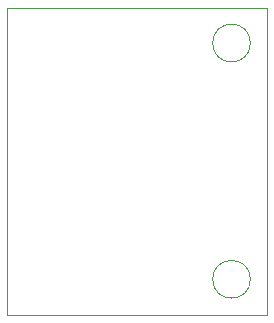
<source format=gm1>
G04 #@! TF.GenerationSoftware,KiCad,Pcbnew,(5.1.6-0-10_14)*
G04 #@! TF.CreationDate,2020-08-07T14:37:36+09:00*
G04 #@! TF.ProjectId,con_body,636f6e5f-626f-4647-992e-6b696361645f,rev?*
G04 #@! TF.SameCoordinates,Original*
G04 #@! TF.FileFunction,Profile,NP*
%FSLAX46Y46*%
G04 Gerber Fmt 4.6, Leading zero omitted, Abs format (unit mm)*
G04 Created by KiCad (PCBNEW (5.1.6-0-10_14)) date 2020-08-07 14:37:36*
%MOMM*%
%LPD*%
G01*
G04 APERTURE LIST*
G04 #@! TA.AperFunction,Profile*
%ADD10C,0.100000*%
G04 #@! TD*
G04 APERTURE END LIST*
D10*
X171000000Y-113000000D02*
X149000000Y-113000000D01*
X171000000Y-87000000D02*
X149000000Y-87000000D01*
X169600000Y-110000000D02*
G75*
G03*
X169600000Y-110000000I-1600000J0D01*
G01*
X169600000Y-90000000D02*
G75*
G03*
X169600000Y-90000000I-1600000J0D01*
G01*
X149000000Y-87000000D02*
X149000000Y-113000000D01*
X171000000Y-113000000D02*
X171000000Y-87000000D01*
M02*

</source>
